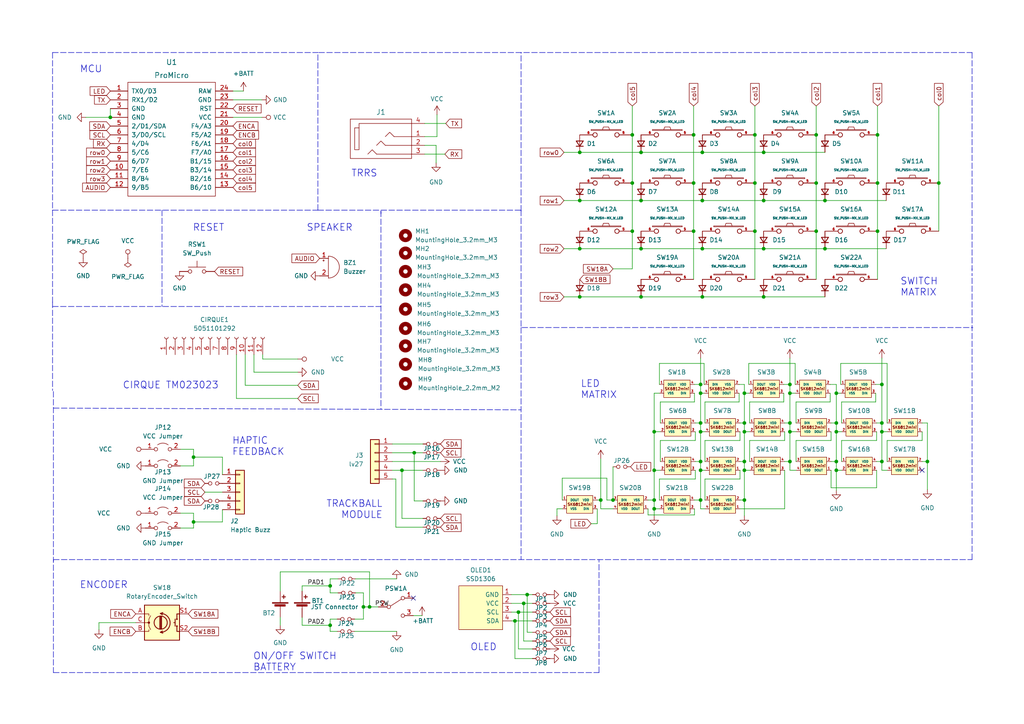
<source format=kicad_sch>
(kicad_sch (version 20211123) (generator eeschema)
  (paper "A4")
  (title_block (title "Klor Split Keyboard") (date "2022-06-21") (rev "1.3") (comment 1 "Schematic based on Sofle") (comment 2 "Author: GEIST"))
  (junction (at 185.928 86.106))
  (junction (at 174.244 145.034))
  (junction (at 189.738 147.574))
  (junction (at 116.586 136.398))
  (junction (at 203.2 125.222))
  (junction (at 152.908 172.466))
  (junction (at 272.288 53.086))
  (junction (at 120.142 131.318))
  (junction (at 56.134 132.588))
  (junction (at 221.488 86.106))
  (junction (at 32.004 34.036))
  (junction (at 215.9 122.682))
  (junction (at 189.738 145.034))
  (junction (at 203.2 122.682))
  (junction (at 255.778 133.858))
  (junction (at 203.708 44.196))
  (junction (at 95.758 181.356))
  (junction (at 218.948 67.056))
  (junction (at 185.928 72.136))
  (junction (at 183.388 67.056))
  (junction (at 201.168 67.056))
  (junction (at 203.708 86.106))
  (junction (at 203.2 133.858))
  (junction (at 56.134 151.384))
  (junction (at 201.168 39.116))
  (junction (at 239.268 72.136))
  (junction (at 168.148 86.106))
  (junction (at 203.2 111.506))
  (junction (at 215.9 125.222))
  (junction (at 185.928 58.166))
  (junction (at 215.9 136.398))
  (junction (at 229.108 114.046))
  (junction (at 255.778 111.506))
  (junction (at 203.708 72.136))
  (junction (at 221.488 58.166))
  (junction (at 183.388 39.116))
  (junction (at 254.508 53.086))
  (junction (at 107.188 176.022))
  (junction (at 95.758 169.926))
  (junction (at 168.148 72.136))
  (junction (at 268.986 133.858))
  (junction (at 185.928 44.196))
  (junction (at 201.168 53.086))
  (junction (at 229.108 133.858))
  (junction (at 242.57 114.046))
  (junction (at 203.708 58.166))
  (junction (at 236.728 53.086))
  (junction (at 177.8 145.034))
  (junction (at 151.892 175.006))
  (junction (at 242.57 136.398))
  (junction (at 254.508 67.056))
  (junction (at 255.778 125.222))
  (junction (at 189.738 136.398))
  (junction (at 149.352 180.086))
  (junction (at 221.488 44.196))
  (junction (at 168.148 44.196))
  (junction (at 189.738 125.222))
  (junction (at 254.508 39.116))
  (junction (at 183.388 53.086))
  (junction (at 168.148 58.166))
  (junction (at 218.948 39.116))
  (junction (at 203.2 114.046))
  (junction (at 236.728 67.056))
  (junction (at 229.108 111.506))
  (junction (at 150.368 177.546))
  (junction (at 221.488 72.136))
  (junction (at 203.2 145.034))
  (junction (at 239.268 58.166))
  (junction (at 105.41 176.022))
  (junction (at 242.57 133.858))
  (junction (at 215.9 133.858))
  (junction (at 229.108 125.222))
  (junction (at 215.9 114.046))
  (junction (at 242.57 122.682))
  (junction (at 242.57 125.222))
  (junction (at 215.9 145.034))
  (junction (at 229.108 122.682))
  (junction (at 255.778 122.682))
  (junction (at 236.728 39.116))
  (junction (at 218.948 53.086))
  (junction (at 203.2 136.398))
  (no_connect (at 119.888 173.482))
  (no_connect (at 267.462 136.398))
  (wire (pts (xy 241.046 133.858) (xy 242.57 133.858)))
  (polyline (pts (xy 151.13 60.96) (xy 151.13 94.996)))
  (wire (pts (xy 255.778 125.222) (xy 257.302 125.222)))
  (wire (pts (xy 76.2 102.87) (xy 76.2 104.14)))
  (wire (pts (xy 105.41 176.022) (xy 105.41 179.578)))
  (wire (pts (xy 229.108 122.682) (xy 229.108 114.046)))
  (wire (pts (xy 214.376 114.046) (xy 214.376 116.586)))
  (wire (pts (xy 201.168 67.056) (xy 201.168 81.026)))
  (wire (pts (xy 215.9 125.222) (xy 217.424 125.222)))
  (wire (pts (xy 176.022 145.034) (xy 177.8 145.034)))
  (wire (pts (xy 151.892 185.928) (xy 154.432 185.928)))
  (wire (pts (xy 113.792 128.778) (xy 122.682 128.778)))
  (wire (pts (xy 203.2 122.682) (xy 203.2 114.046)))
  (wire (pts (xy 214.63 122.682) (xy 215.9 122.682)))
  (wire (pts (xy 39.37 180.594) (xy 28.702 180.594)))
  (wire (pts (xy 185.928 86.106) (xy 203.708 86.106)))
  (polyline (pts (xy 92.202 60.96) (xy 151.13 60.96)))
  (wire (pts (xy 189.738 114.046) (xy 189.738 125.222)))
  (wire (pts (xy 183.388 77.978) (xy 183.388 67.056)))
  (wire (pts (xy 242.57 114.046) (xy 242.57 122.682)))
  (wire (pts (xy 176.022 138.684) (xy 176.022 145.034)))
  (wire (pts (xy 203.2 147.574) (xy 204.47 147.574)))
  (wire (pts (xy 56.134 130.302) (xy 52.324 130.302)))
  (wire (pts (xy 255.778 111.506) (xy 254 111.506)))
  (wire (pts (xy 242.57 133.858) (xy 242.57 136.398)))
  (wire (pts (xy 161.544 147.574) (xy 163.068 147.574)))
  (wire (pts (xy 189.738 136.398) (xy 189.738 145.034)))
  (wire (pts (xy 191.262 145.034) (xy 191.262 138.938)))
  (wire (pts (xy 203.2 103.886) (xy 203.2 111.506)))
  (wire (pts (xy 163.576 72.136) (xy 168.148 72.136)))
  (wire (pts (xy 242.57 111.506) (xy 242.57 114.046)))
  (wire (pts (xy 203.708 72.136) (xy 221.488 72.136)))
  (wire (pts (xy 217.424 122.682) (xy 217.424 116.586)))
  (wire (pts (xy 163.576 86.106) (xy 168.148 86.106)))
  (wire (pts (xy 67.564 28.956) (xy 75.946 28.956)))
  (wire (pts (xy 214.63 125.222) (xy 214.63 127.762)))
  (wire (pts (xy 187.96 149.352) (xy 201.422 149.352)))
  (wire (pts (xy 64.516 147.828) (xy 64.516 151.384)))
  (wire (pts (xy 214.63 133.858) (xy 215.9 133.858)))
  (wire (pts (xy 185.928 58.166) (xy 203.708 58.166)))
  (wire (pts (xy 254.508 30.734) (xy 254.508 39.116)))
  (polyline (pts (xy 92.456 15.24) (xy 193.548 15.24)))
  (wire (pts (xy 203.2 125.222) (xy 203.2 122.682)))
  (wire (pts (xy 201.422 149.352) (xy 201.422 147.574)))
  (wire (pts (xy 177.8 77.978) (xy 183.388 77.978)))
  (wire (pts (xy 189.738 125.222) (xy 191.516 125.222)))
  (polyline (pts (xy 15.24 15.24) (xy 92.202 15.24)))
  (polyline (pts (xy 193.548 15.24) (xy 281.94 15.24)))
  (polyline (pts (xy 173.736 195.072) (xy 173.736 162.306)))
  (wire (pts (xy 267.462 122.682) (xy 268.986 122.682)))
  (wire (pts (xy 171.45 151.892) (xy 173.228 151.892)))
  (wire (pts (xy 217.424 127.762) (xy 227.584 127.762)))
  (wire (pts (xy 149.352 191.008) (xy 154.432 191.008)))
  (wire (pts (xy 229.108 103.886) (xy 229.108 111.506)))
  (wire (pts (xy 227.584 127.762) (xy 227.584 125.222)))
  (wire (pts (xy 73.66 102.87) (xy 73.66 107.95)))
  (wire (pts (xy 168.148 58.166) (xy 185.928 58.166)))
  (wire (pts (xy 255.778 122.682) (xy 255.778 125.222)))
  (wire (pts (xy 203.708 58.166) (xy 221.488 58.166)))
  (wire (pts (xy 214.63 138.938) (xy 204.47 138.938)))
  (wire (pts (xy 126.746 33.274) (xy 126.746 39.624)))
  (polyline (pts (xy 15.24 15.24) (xy 15.24 60.96)))
  (wire (pts (xy 191.262 138.938) (xy 201.676 138.938)))
  (wire (pts (xy 161.544 149.606) (xy 161.544 147.574)))
  (wire (pts (xy 239.268 58.166) (xy 257.048 58.166)))
  (wire (pts (xy 255.778 103.886) (xy 255.778 111.506)))
  (wire (pts (xy 257.302 127.762) (xy 257.302 133.858)))
  (wire (pts (xy 103.124 171.958) (xy 105.41 171.958)))
  (wire (pts (xy 254.254 136.398) (xy 254.254 141.478)))
  (wire (pts (xy 268.986 133.858) (xy 268.986 141.986)))
  (wire (pts (xy 56.134 153.162) (xy 56.134 151.384)))
  (wire (pts (xy 113.792 133.858) (xy 127.762 133.858)))
  (wire (pts (xy 189.738 125.222) (xy 189.738 136.398)))
  (wire (pts (xy 191.516 116.586) (xy 201.422 116.586)))
  (wire (pts (xy 123.19 44.704) (xy 129.032 44.704)))
  (wire (pts (xy 229.108 114.046) (xy 230.632 114.046)))
  (polyline (pts (xy 15.24 88.9) (xy 110.49 88.9)))
  (polyline (pts (xy 46.99 60.96) (xy 46.99 88.9)))
  (wire (pts (xy 230.886 127.762) (xy 230.886 133.858)))
  (wire (pts (xy 56.134 135.128) (xy 56.134 132.588)))
  (wire (pts (xy 113.792 131.318) (xy 120.142 131.318)))
  (wire (pts (xy 148.336 177.546) (xy 150.368 177.546)))
  (wire (pts (xy 272.288 53.086) (xy 272.288 67.056)))
  (wire (pts (xy 163.068 138.684) (xy 176.022 138.684)))
  (wire (pts (xy 203.708 86.106) (xy 221.488 86.106)))
  (wire (pts (xy 268.986 122.682) (xy 268.986 133.858)))
  (wire (pts (xy 168.148 72.136) (xy 185.928 72.136)))
  (wire (pts (xy 203.2 114.046) (xy 204.216 114.046)))
  (wire (pts (xy 95.758 171.958) (xy 98.044 171.958)))
  (wire (pts (xy 255.778 125.222) (xy 255.778 133.858)))
  (wire (pts (xy 204.216 105.41) (xy 204.216 111.506)))
  (wire (pts (xy 230.886 116.586) (xy 230.886 122.682)))
  (wire (pts (xy 267.462 127.762) (xy 257.302 127.762)))
  (wire (pts (xy 105.41 176.022) (xy 107.188 176.022)))
  (wire (pts (xy 229.108 133.858) (xy 229.108 125.222)))
  (wire (pts (xy 187.96 145.034) (xy 189.738 145.034)))
  (wire (pts (xy 113.792 138.938) (xy 114.808 138.938)))
  (wire (pts (xy 149.352 180.086) (xy 149.352 191.008)))
  (wire (pts (xy 81.28 171.45) (xy 81.28 165.862)))
  (wire (pts (xy 221.488 58.166) (xy 239.268 58.166)))
  (wire (pts (xy 203.2 125.222) (xy 204.47 125.222)))
  (wire (pts (xy 236.728 30.734) (xy 236.728 39.116)))
  (wire (pts (xy 201.422 145.034) (xy 203.2 145.034)))
  (wire (pts (xy 173.228 151.892) (xy 173.228 147.574)))
  (wire (pts (xy 148.336 180.086) (xy 149.352 180.086)))
  (wire (pts (xy 243.84 105.41) (xy 257.302 105.41)))
  (wire (pts (xy 150.368 177.546) (xy 150.368 188.214)))
  (wire (pts (xy 189.738 149.606) (xy 189.738 147.574)))
  (wire (pts (xy 189.738 136.398) (xy 191.516 136.398)))
  (wire (pts (xy 126.492 42.164) (xy 123.19 42.164)))
  (wire (pts (xy 52.324 148.844) (xy 56.134 148.844)))
  (polyline (pts (xy 15.494 195.072) (xy 92.202 195.072)))
  (wire (pts (xy 217.17 111.506) (xy 217.17 105.41)))
  (wire (pts (xy 56.134 151.384) (xy 64.516 151.384)))
  (wire (pts (xy 243.84 111.506) (xy 243.84 105.41)))
  (wire (pts (xy 86.36 111.76) (xy 71.12 111.76)))
  (polyline (pts (xy 151.384 94.996) (xy 282.194 94.996)))
  (wire (pts (xy 191.262 105.41) (xy 204.216 105.41)))
  (wire (pts (xy 183.388 53.086) (xy 183.388 67.056)))
  (wire (pts (xy 241.046 125.222) (xy 241.046 127.762)))
  (polyline (pts (xy 15.494 162.56) (xy 15.494 162.814)))
  (polyline (pts (xy 15.24 87.63) (xy 15.24 113.284)))
  (wire (pts (xy 86.36 115.57) (xy 68.58 115.57)))
  (wire (pts (xy 203.2 133.858) (xy 203.2 136.398)))
  (wire (pts (xy 120.142 131.318) (xy 122.682 131.318)))
  (wire (pts (xy 173.228 145.034) (xy 174.244 145.034)))
  (wire (pts (xy 191.516 127.762) (xy 201.676 127.762)))
  (wire (pts (xy 203.708 44.196) (xy 221.488 44.196)))
  (wire (pts (xy 257.302 105.41) (xy 257.302 122.682)))
  (wire (pts (xy 215.9 136.398) (xy 217.424 136.398)))
  (wire (pts (xy 215.9 114.046) (xy 215.9 122.682)))
  (wire (pts (xy 64.516 137.668) (xy 64.516 132.588)))
  (wire (pts (xy 113.792 136.398) (xy 116.586 136.398)))
  (wire (pts (xy 217.17 105.41) (xy 230.632 105.41)))
  (wire (pts (xy 189.738 147.574) (xy 191.262 147.574)))
  (wire (pts (xy 227.584 122.682) (xy 229.108 122.682)))
  (wire (pts (xy 214.376 116.586) (xy 204.47 116.586)))
  (wire (pts (xy 254.254 127.762) (xy 254.254 125.222)))
  (wire (pts (xy 215.9 133.858) (xy 215.9 136.398)))
  (wire (pts (xy 241.046 141.478) (xy 254.254 141.478)))
  (wire (pts (xy 255.778 136.398) (xy 257.302 136.398)))
  (wire (pts (xy 236.728 67.056) (xy 236.728 81.026)))
  (wire (pts (xy 254 116.586) (xy 254 114.046)))
  (wire (pts (xy 242.57 122.682) (xy 242.57 125.222)))
  (wire (pts (xy 215.9 125.222) (xy 215.9 133.858)))
  (wire (pts (xy 24.892 34.036) (xy 32.004 34.036)))
  (wire (pts (xy 97.79 183.134) (xy 95.758 183.134)))
  (wire (pts (xy 150.368 188.214) (xy 154.432 188.214)))
  (wire (pts (xy 268.986 133.858) (xy 267.462 133.858)))
  (wire (pts (xy 203.2 114.046) (xy 203.2 111.506)))
  (wire (pts (xy 240.792 116.586) (xy 230.886 116.586)))
  (polyline (pts (xy 15.494 162.306) (xy 281.94 162.306)))
  (wire (pts (xy 174.244 133.096) (xy 174.244 145.034)))
  (wire (pts (xy 215.9 136.398) (xy 215.9 145.034)))
  (wire (pts (xy 229.108 125.222) (xy 229.108 122.682)))
  (wire (pts (xy 191.516 133.858) (xy 191.516 127.762)))
  (wire (pts (xy 123.19 35.814) (xy 129.286 35.814)))
  (wire (pts (xy 187.96 147.574) (xy 187.96 149.352)))
  (wire (pts (xy 163.576 58.166) (xy 168.148 58.166)))
  (wire (pts (xy 215.9 111.506) (xy 215.9 114.046)))
  (wire (pts (xy 244.094 127.762) (xy 254.254 127.762)))
  (wire (pts (xy 95.758 183.134) (xy 95.758 181.356)))
  (wire (pts (xy 151.892 175.006) (xy 151.892 185.928)))
  (wire (pts (xy 254.508 53.086) (xy 254.508 67.056)))
  (polyline (pts (xy 110.49 61.214) (xy 110.49 61.976)))
  (wire (pts (xy 64.516 132.588) (xy 56.134 132.588)))
  (wire (pts (xy 221.488 44.196) (xy 239.268 44.196)))
  (wire (pts (xy 76.2 104.14) (xy 86.36 104.14)))
  (polyline (pts (xy 281.94 77.978) (xy 281.94 78.232)))
  (wire (pts (xy 203.2 136.398) (xy 203.2 145.034)))
  (wire (pts (xy 95.758 167.894) (xy 95.758 169.926)))
  (wire (pts (xy 218.948 30.734) (xy 218.948 39.116)))
  (wire (pts (xy 185.928 72.136) (xy 203.708 72.136)))
  (wire (pts (xy 126.492 47.244) (xy 126.492 42.164)))
  (wire (pts (xy 148.336 172.466) (xy 152.908 172.466)))
  (wire (pts (xy 214.63 136.398) (xy 214.63 138.938)))
  (wire (pts (xy 56.134 132.588) (xy 56.134 130.302)))
  (wire (pts (xy 73.66 107.95) (xy 86.36 107.95)))
  (wire (pts (xy 203.2 133.858) (xy 203.2 125.222)))
  (wire (pts (xy 229.108 111.506) (xy 227.33 111.506)))
  (wire (pts (xy 123.19 39.624) (xy 126.746 39.624)))
  (wire (pts (xy 105.41 171.958) (xy 105.41 176.022)))
  (wire (pts (xy 149.352 180.086) (xy 154.432 180.086)))
  (wire (pts (xy 221.488 86.106) (xy 239.268 86.106)))
  (wire (pts (xy 201.422 116.586) (xy 201.422 114.046)))
  (wire (pts (xy 254.254 122.682) (xy 255.778 122.682)))
  (wire (pts (xy 52.324 153.162) (xy 56.134 153.162)))
  (wire (pts (xy 229.108 133.858) (xy 229.108 136.398)))
  (wire (pts (xy 87.63 181.356) (xy 95.758 181.356)))
  (wire (pts (xy 255.778 111.506) (xy 255.778 122.682)))
  (wire (pts (xy 102.87 179.578) (xy 105.41 179.578)))
  (wire (pts (xy 218.948 67.056) (xy 218.948 81.026)))
  (wire (pts (xy 201.168 53.086) (xy 201.168 67.056)))
  (wire (pts (xy 203.2 136.398) (xy 204.47 136.398)))
  (wire (pts (xy 168.148 86.106) (xy 185.928 86.106)))
  (wire (pts (xy 120.142 131.318) (xy 120.142 145.288)))
  (wire (pts (xy 242.57 125.222) (xy 244.094 125.222)))
  (wire (pts (xy 201.168 30.734) (xy 201.168 39.116)))
  (wire (pts (xy 152.908 183.388) (xy 152.908 172.466)))
  (wire (pts (xy 267.462 125.222) (xy 267.462 127.762)))
  (wire (pts (xy 68.58 102.87) (xy 68.58 115.57)))
  (wire (pts (xy 183.388 39.116) (xy 183.388 53.086)))
  (polyline (pts (xy 281.94 162.306) (xy 281.94 79.756)))
  (wire (pts (xy 227.33 116.586) (xy 227.33 114.046)))
  (wire (pts (xy 174.244 145.034) (xy 174.244 147.574)))
  (wire (pts (xy 98.044 167.894) (xy 95.758 167.894)))
  (wire (pts (xy 242.57 136.398) (xy 244.094 136.398)))
  (wire (pts (xy 218.948 39.116) (xy 218.948 53.086)))
  (polyline (pts (xy 110.49 61.214) (xy 110.49 118.618)))
  (wire (pts (xy 244.094 122.682) (xy 244.094 116.586)))
  (wire (pts (xy 254.508 39.116) (xy 254.508 53.086)))
  (wire (pts (xy 174.244 147.574) (xy 177.8 147.574)))
  (wire (pts (xy 150.368 177.546) (xy 154.432 177.546)))
  (wire (pts (xy 201.676 127.762) (xy 201.676 125.222)))
  (wire (pts (xy 230.632 105.41) (xy 230.632 111.506)))
  (wire (pts (xy 244.094 116.586) (xy 254 116.586)))
  (wire (pts (xy 229.108 136.398) (xy 230.886 136.398)))
  (wire (pts (xy 119.888 178.562) (xy 122.428 178.562)))
  (wire (pts (xy 95.758 179.578) (xy 97.79 179.578)))
  (wire (pts (xy 204.47 127.762) (xy 204.47 133.858)))
  (wire (pts (xy 201.168 39.116) (xy 201.168 53.086)))
  (wire (pts (xy 221.488 72.136) (xy 239.268 72.136)))
  (wire (pts (xy 241.046 122.682) (xy 242.57 122.682)))
  (wire (pts (xy 116.586 136.398) (xy 116.586 150.368)))
  (wire (pts (xy 214.63 145.034) (xy 215.9 145.034)))
  (wire (pts (xy 71.12 111.76) (xy 71.12 102.87)))
  (wire (pts (xy 229.108 114.046) (xy 229.108 111.506)))
  (wire (pts (xy 203.2 145.034) (xy 203.2 147.574)))
  (wire (pts (xy 185.928 44.196) (xy 203.708 44.196)))
  (wire (pts (xy 236.728 39.116) (xy 236.728 53.086)))
  (wire (pts (xy 215.9 145.034) (xy 215.9 149.606)))
  (wire (pts (xy 215.9 122.682) (xy 215.9 125.222)))
  (wire (pts (xy 102.87 183.134) (xy 115.062 183.134)))
  (wire (pts (xy 191.262 111.506) (xy 191.262 105.41)))
  (wire (pts (xy 255.778 136.398) (xy 255.778 133.858)))
  (wire (pts (xy 95.758 169.926) (xy 95.758 171.958)))
  (wire (pts (xy 236.728 53.086) (xy 236.728 67.056)))
  (wire (pts (xy 148.336 175.006) (xy 151.892 175.006)))
  (wire (pts (xy 122.682 145.288) (xy 120.142 145.288)))
  (wire (pts (xy 218.948 53.086) (xy 218.948 67.056)))
  (wire (pts (xy 177.8 135.382) (xy 177.8 145.034)))
  (wire (pts (xy 227.584 147.574) (xy 227.584 136.398)))
  (wire (pts (xy 217.424 133.858) (xy 217.424 127.762)))
  (wire (pts (xy 215.9 114.046) (xy 217.17 114.046)))
  (wire (pts (xy 241.046 127.762) (xy 230.886 127.762)))
  (wire (pts (xy 214.376 111.506) (xy 215.9 111.506)))
  (wire (pts (xy 189.738 145.034) (xy 189.738 147.574)))
  (wire (pts (xy 214.63 147.574) (xy 227.584 147.574)))
  (wire (pts (xy 56.134 148.844) (xy 56.134 151.384)))
  (wire (pts (xy 239.268 72.136) (xy 257.048 72.136)))
  (polyline (pts (xy 151.13 61.214) (xy 151.13 15.24)))
  (wire (pts (xy 201.676 138.938) (xy 201.676 136.398)))
  (wire (pts (xy 59.436 142.748) (xy 64.516 142.748)))
  (wire (pts (xy 168.148 44.196) (xy 185.928 44.196)))
  (wire (pts (xy 229.108 125.222) (xy 230.886 125.222)))
  (wire (pts (xy 151.892 175.006) (xy 154.432 175.006)))
  (polyline (pts (xy 151.13 94.996) (xy 151.13 162.306)))
  (wire (pts (xy 254.508 67.056) (xy 254.508 81.026)))
  (polyline (pts (xy 15.494 118.364) (xy 151.13 118.872)))
  (polyline (pts (xy 15.494 113.538) (xy 15.494 195.072)))
  (wire (pts (xy 87.63 169.926) (xy 95.758 169.926)))
  (wire (pts (xy 242.57 136.398) (xy 242.57 142.24)))
  (wire (pts (xy 107.188 176.022) (xy 109.728 176.022)))
  (wire (pts (xy 254.254 133.858) (xy 255.778 133.858)))
  (wire (pts (xy 227.584 133.858) (xy 229.108 133.858)))
  (wire (pts (xy 163.576 44.196) (xy 168.148 44.196)))
  (polyline (pts (xy 281.94 15.24) (xy 281.94 79.756)))
  (wire (pts (xy 52.324 135.128) (xy 56.134 135.128)))
  (wire (pts (xy 103.124 167.894) (xy 115.062 167.894)))
  (wire (pts (xy 122.682 152.908) (xy 114.808 152.908)))
  (wire (pts (xy 152.908 183.388) (xy 154.432 183.388)))
  (wire (pts (xy 87.63 171.45) (xy 87.63 169.926)))
  (wire (pts (xy 214.63 127.762) (xy 204.47 127.762)))
  (wire (pts (xy 28.702 180.594) (xy 28.702 182.626)))
  (wire (pts (xy 87.63 179.07) (xy 87.63 181.356)))
  (wire (pts (xy 81.28 179.07) (xy 81.28 181.356)))
  (wire (pts (xy 240.792 111.506) (xy 242.57 111.506)))
  (wire (pts (xy 217.424 116.586) (xy 227.33 116.586)))
  (wire (pts (xy 272.288 30.734) (xy 272.288 53.086)))
  (wire (pts (xy 114.808 152.908) (xy 114.808 138.938)))
  (wire (pts (xy 242.57 114.046) (xy 243.84 114.046)))
  (wire (pts (xy 163.068 145.034) (xy 163.068 138.684)))
  (wire (pts (xy 67.564 34.036) (xy 75.946 34.036)))
  (wire (pts (xy 183.388 30.734) (xy 183.388 39.116)))
  (wire (pts (xy 204.47 138.938) (xy 204.47 145.034)))
  (wire (pts (xy 241.046 136.398) (xy 241.046 141.478)))
  (wire (pts (xy 191.516 122.682) (xy 191.516 116.586)))
  (wire (pts (xy 107.188 165.862) (xy 107.188 176.022)))
  (wire (pts (xy 95.758 181.356) (xy 95.758 179.578)))
  (wire (pts (xy 81.28 165.862) (xy 107.188 165.862)))
  (wire (pts (xy 240.792 114.046) (xy 240.792 116.586)))
  (wire (pts (xy 191.262 114.046) (xy 189.738 114.046)))
  (wire (pts (xy 203.2 111.506) (xy 201.422 111.506)))
  (wire (pts (xy 32.004 31.496) (xy 32.004 34.036)))
  (polyline (pts (xy 15.24 60.96) (xy 92.202 60.96)))
  (wire (pts (xy 201.676 122.682) (xy 203.2 122.682)))
  (wire (pts (xy 242.57 125.222) (xy 242.57 133.858)))
  (wire (pts (xy 122.682 150.368) (xy 116.586 150.368)))
  (wire (pts (xy 116.586 136.398) (xy 122.682 136.398)))
  (wire (pts (xy 204.47 116.586) (xy 204.47 122.682)))
  (wire (pts (xy 244.094 133.858) (xy 244.094 127.762)))
  (wire (pts (xy 201.676 133.858) (xy 203.2 133.858)))
  (wire (pts (xy 67.564 26.416) (xy 70.612 26.416)))
  (wire (pts (xy 152.908 172.466) (xy 154.432 172.466)))
  (polyline (pts (xy 92.202 60.96) (xy 92.202 15.24)))
  (polyline (pts (xy 92.202 195.072) (xy 173.736 195.072)))
  (polyline (pts (xy 15.24 60.96) (xy 15.24 87.63)))
  (text "SWITCH\nMATRIX" (at 261.112 86.106 0) (effects (font (size 2 2)) (justify left bottom)))
  (text "CIRQUE TM023023" (at 35.56 113.03 0) (effects (font (size 2 2)) (justify left bottom)))
  (text "MCU" (at 23.114 21.336 0) (effects (font (size 2 2)) (justify left bottom)))
  (text "ON/OFF SWITCH\nBATTERY" (at 73.406 194.818 0) (effects (font (size 2 2)) (justify left bottom)))
  (text "HAPTIC\nFEEDBACK" (at 67.31 132.334 0) (effects (font (size 2 2)) (justify left bottom)))
  (text "ENCODER" (at 23.114 170.942 0) (effects (font (size 2 2)) (justify left bottom)))
  (text "OLED" (at 136.398 188.976 0) (effects (font (size 2 2)) (justify left bottom)))
  (text "LED\nMATRIX" (at 168.402 115.824 0) (effects (font (size 2 2)) (justify left bottom)))
  (text "TRRS" (at 101.854 51.562 0) (effects (font (size 2 2)) (justify left bottom)))
  (text "TRACKBALL\nMODULE" (at 110.998 150.622 180) (effects (font (size 2 2)) (justify right bottom)))
  (text "RESET" (at 55.88 67.31 0) (effects (font (size 2 2)) (justify left bottom)))
  (text "SPEAKER" (at 88.9 67.31 0) (effects (font (size 2 2)) (justify left bottom)))
  (label "PAD2" (at 89.154 181.356 0))
  (label "PSW" (at 108.712 176.022 0))
  (label "PAD1" (at 89.154 169.926 0))
  (global_label "SCL" (shape input) (at 127.762 131.318 0) (property "Intersheet References" "${INTERSHEET_REFS}" (effects hide)))
  (global_label "TX" (shape input) (at 129.286 35.814 0) (property "Intersheet References" "${INTERSHEET_REFS}" (effects hide)))
  (global_label "RX" (shape input) (at 129.032 44.704 0) (property "Intersheet References" "${INTERSHEET_REFS}" (effects hide)))
  (global_label "SDA" (shape input) (at 32.004 36.576 180) (property "Intersheet References" "${INTERSHEET_REFS}" (effects hide)))
  (global_label "col0" (shape input) (at 272.288 30.734 90) (property "Intersheet References" "${INTERSHEET_REFS}" (effects hide)))
  (global_label "row2" (shape input) (at 163.576 72.136 180) (property "Intersheet References" "${INTERSHEET_REFS}" (effects hide)))
  (global_label "TX" (shape input) (at 32.004 28.956 180) (property "Intersheet References" "${INTERSHEET_REFS}" (effects hide)))
  (global_label "row3" (shape input) (at 163.576 86.106 180) (property "Intersheet References" "${INTERSHEET_REFS}" (effects hide)))
  (global_label "SW18B" (shape input) (at 168.148 81.026 0) (property "Intersheet References" "${INTERSHEET_REFS}" (effects hide)))
  (global_label "SDA" (shape input) (at 127.762 128.778 0) (property "Intersheet References" "${INTERSHEET_REFS}" (effects hide)))
  (global_label "LED" (shape input) (at 182.88 135.382 0) (property "Intersheet References" "${INTERSHEET_REFS}" (effects hide)))
  (global_label "col5" (shape input) (at 67.564 54.356 0) (property "Intersheet References" "${INTERSHEET_REFS}" (effects hide)))
  (global_label "SDA" (shape input) (at 159.512 180.086 0) (property "Intersheet References" "${INTERSHEET_REFS}" (effects hide)))
  (global_label "ENCA" (shape input) (at 39.37 178.054 180) (property "Intersheet References" "${INTERSHEET_REFS}" (effects hide)))
  (global_label "col4" (shape input) (at 67.564 51.816 0) (property "Intersheet References" "${INTERSHEET_REFS}" (effects hide)))
  (global_label "col0" (shape input) (at 67.564 41.656 0) (property "Intersheet References" "${INTERSHEET_REFS}" (effects hide)))
  (global_label "SCL" (shape input) (at 32.004 39.116 180) (property "Intersheet References" "${INTERSHEET_REFS}" (effects hide)))
  (global_label "RESET" (shape input) (at 62.23 78.74 0) (property "Intersheet References" "${INTERSHEET_REFS}" (effects hide)))
  (global_label "col1" (shape input) (at 254.508 30.734 90) (property "Intersheet References" "${INTERSHEET_REFS}" (effects hide)))
  (global_label "col2" (shape input) (at 236.728 30.734 90) (property "Intersheet References" "${INTERSHEET_REFS}" (effects hide)))
  (global_label "row3" (shape input) (at 32.004 51.816 180) (property "Intersheet References" "${INTERSHEET_REFS}" (effects hide)))
  (global_label "row2" (shape input) (at 32.004 49.276 180) (property "Intersheet References" "${INTERSHEET_REFS}" (effects hide)))
  (global_label "row0" (shape input) (at 163.576 44.196 180) (property "Intersheet References" "${INTERSHEET_REFS}" (effects hide)))
  (global_label "col4" (shape input) (at 201.168 30.734 90) (property "Intersheet References" "${INTERSHEET_REFS}" (effects hide)))
  (global_label "row0" (shape input) (at 32.004 44.196 180) (property "Intersheet References" "${INTERSHEET_REFS}" (effects hide)))
  (global_label "SCL" (shape input) (at 127.762 150.368 0) (property "Intersheet References" "${INTERSHEET_REFS}" (effects hide)))
  (global_label "SCL" (shape input) (at 159.512 177.546 0) (property "Intersheet References" "${INTERSHEET_REFS}" (effects hide)))
  (global_label "SDA" (shape input) (at 59.436 140.208 180) (property "Intersheet References" "${INTERSHEET_REFS}" (effects hide)))
  (global_label "AUDIO" (shape input) (at 32.004 54.356 180) (property "Intersheet References" "${INTERSHEET_REFS}" (effects hide)))
  (global_label "SCL" (shape input) (at 86.36 115.57 0) (property "Intersheet References" "${INTERSHEET_REFS}" (effects hide)))
  (global_label "col3" (shape input) (at 218.948 30.734 90) (property "Intersheet References" "${INTERSHEET_REFS}" (effects hide)))
  (global_label "ENCB" (shape input) (at 67.564 39.116 0) (property "Intersheet References" "${INTERSHEET_REFS}" (effects hide)))
  (global_label "SCL" (shape input) (at 159.512 185.928 0) (property "Intersheet References" "${INTERSHEET_REFS}" (effects hide)))
  (global_label "SDA" (shape input) (at 159.512 183.388 0) (property "Intersheet References" "${INTERSHEET_REFS}" (effects hide)))
  (global_label "col5" (shape input) (at 183.388 30.734 90) (property "Intersheet References" "${INTERSHEET_REFS}" (effects hide)))
  (global_label "SDA" (shape input) (at 86.36 111.76 0) (property "Intersheet References" "${INTERSHEET_REFS}" (effects hide)))
  (global_label "RESET" (shape input) (at 67.564 31.496 0) (property "Intersheet References" "${INTERSHEET_REFS}" (effects hide)))
  (global_label "LED" (shape input) (at 171.45 151.892 180) (property "Intersheet References" "${INTERSHEET_REFS}" (effects hide)))
  (global_label "SDA" (shape input) (at 127.762 152.908 0) (property "Intersheet References" "${INTERSHEET_REFS}" (effects hide)))
  (global_label "SW18A" (shape input) (at 54.61 178.054 0) (property "Intersheet References" "${INTERSHEET_REFS}" (effects hide)))
  (global_label "SDA" (shape input) (at 59.436 145.288 180) (property "Intersheet References" "${INTERSHEET_REFS}" (effects hide)))
  (global_label "row1" (shape input) (at 163.576 58.166 180) (property "Intersheet References" "${INTERSHEET_REFS}" (effects hide)))
  (global_label "ENCB" (shape input) (at 39.37 183.134 180) (property "Intersheet References" "${INTERSHEET_REFS}" (effects hide)))
  (global_label "col2" (shape input) (at 67.564 46.736 0) (property "Intersheet References" "${INTERSHEET_REFS}" (effects hide)))
  (global_label "SW18A" (shape input) (at 177.8 77.978 180) (property "Intersheet References" "${INTERSHEET_REFS}" (effects hide)))
  (global_label "SW18B" (shape input) (at 54.61 183.134 0) (property "Intersheet References" "${INTERSHEET_REFS}" (effects hide)))
  (global_label "ENCA" (shape input) (at 67.564 36.576 0) (property "Intersheet References" "${INTERSHEET_REFS}" (effects hide)))
  (global_label "col3" (shape input) (at 67.564 49.276 0) (property "Intersheet References" "${INTERSHEET_REFS}" (effects hide)))
  (global_label "row1" (shape input) (at 32.004 46.736 180) (property "Intersheet References" "${INTERSHEET_REFS}" (effects hide)))
  (global_label "col1" (shape input) (at 67.564 44.196 0) (property "Intersheet References" "${INTERSHEET_REFS}" (effects hide)))
  (global_label "LED" (shape input) (at 32.004 26.416 180) (property "Intersheet References" "${INTERSHEET_REFS}" (effects hide)))
  (global_label "AUDIO" (shape input) (at 92.71 74.93 180) (property "Intersheet References" "${INTERSHEET_REFS}" (effects hide)))
  (global_label "RX" (shape input) (at 32.004 41.656 180) (property "Intersheet References" "${INTERSHEET_REFS}" (effects hide)))
  (global_label "SCL" (shape input) (at 59.436 142.748 180) (property "Intersheet References" "${INTERSHEET_REFS}" (effects hide)))
  (symbol (lib_id "KLORlib:SW_PUSH-MX_W_LED") (at 196.596 123.952 0) (unit 2)
    (property "Reference" "SW6" (at 196.596 119.126 0))
    (property "Value" "SW_PUSH-MX_W_LED" (effects hide))
    (property "Footprint" "KLOR:SK6812MINI_and_cherry" (effects hide))
  )
  (symbol (lib_id "KLORlib:SW_PUSH-MX_W_LED") (at 196.342 146.304 0) (unit 2)
    (property "Reference" "SW21" (at 196.342 141.478 0))
    (property "Value" "SW_PUSH-MX_W_LED" (effects hide))
    (property "Footprint" "KLOR:SK6812MINI_and_cherry" (effects hide))
  )
  (symbol (lib_id "power:GND") (at 159.512 191.008 90) (unit 1)
    (property "Reference" "#PWR015" (effects hide))
    (property "Value" "GND" (at 163.322 191.0079 90) (effects (justify right)))
  )
  (symbol (lib_id "Device:D_Small") (at 203.708 41.656 90) (unit 1)
    (property "Reference" "D3" (at 205.74 41.6559 90) (effects (justify right)))
    (property "Value" "D_Small" (effects hide))
    (property "Footprint" "KLOR:Diode_SOD123" (effects hide))
  )
  (symbol (lib_id "power:+BATT") (at 70.612 26.416 0) (unit 1)
    (property "Reference" "#PWR0109" (effects hide))
    (property "Value" "+BATT" (at 70.612 21.336 0))
  )
  (symbol (lib_id "Mechanical:MountingHole") (at 117.602 89.662 0) (unit 1)
    (property "Reference" "MH5" (at 120.904 88.3919 0) (effects (justify left)))
    (property "Value" "MountingHole_3.2mm_M3" (at 120.904 90.9319 0) (effects (justify left)))
    (property "Footprint" "MountingHole:MountingHole_3.2mm_M3" (effects hide))
  )
  (symbol (lib_id "Device:Buzzer") (at 95.25 77.47 0) (unit 1)
    (property "Reference" "BZ1" (at 99.568 76.1999 0) (effects (justify left)))
    (property "Value" "Buzzer" (at 99.568 78.7399 0) (effects (justify left)))
    (property "Footprint" "KLOR:Buzzer_Mallory_AST1109MLTRQ_reversible" (effects hide))
  )
  (symbol (lib_id "Mechanical:MountingHole") (at 117.602 105.664 0) (unit 1)
    (property "Reference" "MH8" (at 121.158 104.3939 0) (effects (justify left)))
    (property "Value" "MountingHole_3.2mm_M3" (at 121.158 106.9339 0) (effects (justify left)))
    (property "Footprint" "MountingHole:MountingHole_3.2mm_M3" (effects hide))
  )
  (symbol (lib_id "KLORlib:SW_PUSH-MX_W_LED") (at 211.328 67.056 0) (unit 1)
    (property "Reference" "SW14" (at 211.328 60.706 0))
    (property "Value" "SW_PUSH-MX_W_LED" (at 211.328 63.246 0) (effects (font (size 0.635 0.635))))
    (property "Footprint" "KLOR:SK6812MINI_and_cherry" (effects hide))
  )
  (symbol (lib_id "KLORlib:SW_PUSH-MX_W_LED") (at 193.548 67.056 0) (unit 1)
    (property "Reference" "SW13" (at 193.548 60.706 0))
    (property "Value" "SW_PUSH-MX_W_LED" (at 193.548 63.246 0) (effects (font (size 0.635 0.635))))
    (property "Footprint" "KLOR:SK6812MINI_and_cherry" (effects hide))
  )
  (symbol (lib_id "Device:D_Small") (at 239.268 69.596 90) (unit 1)
    (property "Reference" "D16" (at 242.062 69.5959 90) (effects (justify right)))
    (property "Value" "D_Small" (effects hide))
    (property "Footprint" "KLOR:Diode_SOD123" (effects hide))
  )
  (symbol (lib_id "Device:D_Small") (at 203.708 83.566 90) (unit 1)
    (property "Reference" "D20" (at 205.74 83.5659 90) (effects (justify right)))
    (property "Value" "D_Small" (effects hide))
    (property "Footprint" "KLOR:Diode_SOD123" (effects hide))
  )
  (symbol (lib_id "power:GND") (at 52.07 78.74 0) (unit 1)
    (property "Reference" "#PWR014" (effects hide))
    (property "Value" "GND" (at 52.07 83.566 0))
  )
  (symbol (lib_id "SofleKeyboard-cache:power_VCC") (at 37.084 74.93 0) (unit 1)
    (property "Reference" "#PWR017" (effects hide))
    (property "Value" "power_VCC" (at 37.084 69.85 0))
  )
  (symbol (lib_id "Device:D_Small") (at 168.148 83.566 90) (unit 1)
    (property "Reference" "D18" (at 170.18 83.5659 90) (effects (justify right)))
    (property "Value" "D_Small" (effects hide))
    (property "Footprint" "KLOR:Diode_SOD123" (effects hide))
  )
  (symbol (lib_id "KLORlib:SW_PUSH-MX_W_LED") (at 235.966 123.952 180) (unit 2)
    (property "Reference" "SW9" (at 235.966 119.126 0))
    (property "Value" "SW_PUSH-MX_W_LED" (effects hide))
    (property "Footprint" "KLOR:SK6812MINI_and_cherry" (effects hide))
  )
  (symbol (lib_id "KLORlib:SW_PUSH-MX_W_LED") (at 211.328 39.116 0) (unit 1)
    (property "Reference" "SW3" (at 211.328 32.766 0))
    (property "Value" "SW_PUSH-MX_W_LED" (at 211.328 35.306 0) (effects (font (size 0.635 0.635))))
    (property "Footprint" "KLOR:SK6812MINI_and_cherry" (effects hide))
  )
  (symbol (lib_id "Switch:SW_DPDT_x2") (at 114.808 176.022 0) (unit 1)
    (property "Reference" "PSW1" (at 114.808 170.688 0))
    (property "Value" "SW_DPDT_x2" (effects hide))
    (property "Footprint" "KLOR:MSK12C02_reversible" (effects hide))
  )
  (symbol (lib_id "KLORlib:SW_PUSH-MX_W_LED") (at 246.888 67.056 0) (unit 1)
    (property "Reference" "SW16" (at 246.888 60.706 0))
    (property "Value" "SW_PUSH-MX_W_LED" (at 246.888 63.246 0) (effects (font (size 0.635 0.635))))
    (property "Footprint" "KLOR:SK6812MINI_and_cherry" (effects hide))
  )
  (symbol (lib_id "KLORlib:SW_PUSH-MX_W_LED") (at 193.548 81.026 0) (unit 1)
    (property "Reference" "SW19" (at 193.548 74.676 0))
    (property "Value" "SW_PUSH-MX_W_LED" (at 193.548 77.216 0) (effects (font (size 0.635 0.635))))
    (property "Footprint" "KLOR:SK6812MINI_and_cherry" (effects hide))
  )
  (symbol (lib_id "Connector_Generic:Conn_01x05") (at 108.712 133.858 0) (mirror y) (unit 1)
    (property "Reference" "J3" (at 105.41 132.08 0) (effects (justify left)))
    (property "Value" "lv27" (at 105.41 134.62 0) (effects (justify left)))
    (property "Footprint" "KLOR:lvc27_onlyInput" (effects hide))
  )
  (symbol (lib_id "KLORlib:Device_Jumper_NO_Small") (at 100.584 171.958 0) (unit 1)
    (property "Reference" "JP23" (at 100.584 173.228 0))
    (property "Value" "Device_Jumper_NO_Small" (effects hide))
    (property "Footprint" "KLOR:Jumper" (effects hide))
  )
  (symbol (lib_id "power:+BATT") (at 122.428 178.562 0) (unit 1)
    (property "Reference" "#PWR0104" (effects hide))
    (property "Value" "+BATT" (at 122.682 180.086 0))
  )
  (symbol (lib_id "KLORlib:MJ-4PP-9 TRRS") (at 111.76 39.624 0) (unit 1)
    (property "Reference" "J1" (at 110.49 32.512 0) (effects (font (size 1.524 1.524))))
    (property "Value" "MJ-4PP-9" (effects hide))
    (property "Footprint" "KLOR:MJ-4PP-9" (effects hide))
  )
  (symbol (lib_id "power:GND") (at 75.946 28.956 90) (unit 1)
    (property "Reference" "#PWR0103" (effects hide))
    (property "Value" "GND" (at 79.248 28.9559 90) (effects (justify right)))
  )
  (symbol (lib_id "KLORlib:Device_Jumper_NO_Small") (at 61.976 145.288 0) (unit 1)
    (property "Reference" "JP28" (at 61.214 147.066 0))
    (property "Value" "Device_Jumper_NO_Small" (effects hide))
    (property "Footprint" "KLOR:Jumper" (effects hide))
  )
  (symbol (lib_id "KLORlib:SW_PUSH-MX_W_LED") (at 222.504 123.952 0) (unit 2)
    (property "Reference" "SW8" (at 222.504 119.126 0))
    (property "Value" "SW_PUSH-MX_W_LED" (effects hide))
    (property "Footprint" "KLOR:SK6812MINI_and_cherry" (effects hide))
  )
  (symbol (lib_id "SSD1306-128x64_OLED:SSD1306") (at 139.446 176.276 270) (unit 1)
    (property "Reference" "OLED1" (at 139.446 165.354 90))
    (property "Value" "SSD1306" (at 139.446 167.894 90))
    (property "Footprint" "KLOR:SSD1306_128x64OLED" (effects hide))
  )
  (symbol (lib_id "KLORlib:Device_Jumper_NO_Small") (at 156.972 191.008 0) (unit 1)
    (property "Reference" "JP8" (at 156.972 192.278 0))
    (property "Value" "Device_Jumper_NO_Small" (effects hide))
    (property "Footprint" "KLOR:Jumper" (effects hide))
  )
  (symbol (lib_id "Device:D_Small") (at 221.488 55.626 90) (unit 1)
    (property "Reference" "D9" (at 224.028 55.6259 90) (effects (justify right)))
    (property "Value" "D_Small" (effects hide))
    (property "Footprint" "KLOR:Diode_SOD123" (effects hide))
  )
  (symbol (lib_id "KLORlib:SW_PUSH-MX_W_LED") (at 229.108 67.056 0) (unit 1)
    (property "Reference" "SW15" (at 229.108 60.706 0))
    (property "Value" "SW_PUSH-MX_W_LED" (at 229.108 63.246 0) (effects (font (size 0.635 0.635))))
    (property "Footprint" "KLOR:SK6812MINI_and_cherry" (effects hide))
  )
  (symbol (lib_id "KLORlib:SW_PUSH-MX_W_LED") (at 182.88 146.304 180) (unit 2)
    (property "Reference" "SW20" (at 182.88 141.478 0))
    (property "Value" "SW_PUSH-MX_W_LED" (effects hide))
    (property "Footprint" "KLOR:SK6812MINI_and_cherry" (effects hide))
  )
  (symbol (lib_id "power:VCC") (at 255.778 103.886 0) (unit 1)
    (property "Reference" "#PWR0110" (effects hide))
    (property "Value" "VCC" (at 255.778 98.806 0))
  )
  (symbol (lib_id "SofleKeyboard-cache:power_VCC") (at 86.36 104.14 270) (unit 1)
    (property "Reference" "#PWR0122" (effects hide))
    (property "Value" "power_VCC" (at 99.822 104.14 90) (effects (justify right)))
  )
  (symbol (lib_id "Mechanical:MountingHole") (at 117.602 84.074 0) (unit 1)
    (property "Reference" "MH4" (at 120.904 82.8039 0) (effects (justify left)))
    (property "Value" "MountingHole_3.2mm_M3" (at 120.904 85.3439 0) (effects (justify left)))
    (property "Footprint" "MountingHole:MountingHole_3.2mm_M3" (effects hide))
  )
  (symbol (lib_id "Switch:SW_Push") (at 57.15 78.74 0) (unit 1)
    (property "Reference" "RSW1" (at 57.15 70.866 0))
    (property "Value" "SW_Push" (at 57.15 73.406 0))
    (property "Footprint" "KLOR:SW_Push_1P1T-MP_NO_Horizontal_Alps_SKRTLAE010_both_sides" (effects hide))
  )
  (symbol (lib_id "Device:D_Small") (at 221.488 41.656 90) (unit 1)
    (property "Reference" "D4" (at 223.52 41.6559 90) (effects (justify right)))
    (property "Value" "D_Small" (effects hide))
    (property "Footprint" "KLOR:Diode_SOD123" (effects hide))
  )
  (symbol (lib_id "power:GND") (at 81.28 181.356 0) (unit 1)
    (property "Reference" "#PWR0119" (effects hide))
    (property "Value" "GND" (at 81.28 186.436 0))
  )
  (symbol (lib_id "Jumper:Jumper_2_Open") (at 47.244 135.128 0) (unit 1)
    (property "Reference" "JP13" (at 47.244 136.906 0))
    (property "Value" "GND Jumper" (at 47.244 139.446 0))
    (property "Footprint" "KLOR:Jumper" (effects hide))
  )
  (symbol (lib_id "KLORlib:SW_PUSH-MX_W_LED") (at 222.504 135.128 0) (unit 2)
    (property "Reference" "SW14" (at 222.504 130.302 0))
    (property "Value" "SW_PUSH-MX_W_LED" (effects hide))
    (property "Footprint" "KLOR:SK6812MINI_and_cherry" (effects hide))
  )
  (symbol (lib_id "Device:D_Small") (at 185.928 55.626 90) (unit 1)
    (property "Reference" "D7" (at 187.96 55.6259 90) (effects (justify right)))
    (property "Value" "D_Small" (effects hide))
    (property "Footprint" "KLOR:Diode_SOD123" (effects hide))
  )
  (symbol (lib_id "Device:D_Small") (at 221.488 69.596 90) (unit 1)
    (property "Reference" "D15" (at 224.028 69.5959 90) (effects (justify right)))
    (property "Value" "D_Small" (effects hide))
    (property "Footprint" "KLOR:Diode_SOD123" (effects hide))
  )
  (symbol (lib_id "power:GND") (at 268.986 141.986 0) (unit 1)
    (property "Reference" "#PWR0115" (effects hide))
    (property "Value" "GND" (at 268.986 147.32 0))
  )
  (symbol (lib_id "power:GND") (at 28.702 182.626 0) (unit 1)
    (property "Reference" "#PWR020" (effects hide))
    (property "Value" "GND" (at 28.702 187.96 0))
  )
  (symbol (lib_id "KLORlib:Device_Jumper_NO_Small") (at 100.33 179.578 0) (unit 1)
    (property "Reference" "JP24" (at 100.33 180.848 0))
    (property "Value" "Device_Jumper_NO_Small" (effects hide))
    (property "Footprint" "KLOR:Jumper" (effects hide))
  )
  (symbol (lib_id "KLORlib:SW_PUSH-MX_W_LED") (at 175.768 53.086 0) (unit 1)
    (property "Reference" "SW6" (at 175.768 46.736 0))
    (property "Value" "SW_PUSH-MX_W_LED" (at 175.768 49.276 0) (effects (font (size 0.635 0.635))))
    (property "Footprint" "KLOR:SK6812MINI_and_cherry" (effects hide))
  )
  (symbol (lib_id "Device:D_Small") (at 185.928 83.566 90) (unit 1)
    (property "Reference" "D19" (at 187.96 83.5659 90) (effects (justify right)))
    (property "Value" "D_Small" (effects hide))
    (property "Footprint" "KLOR:Diode_SOD123" (effects hide))
  )
  (symbol (lib_id "Device:D_Small") (at 168.148 55.626 90) (unit 1)
    (property "Reference" "D6" (at 170.18 55.6259 90) (effects (justify right)))
    (property "Value" "D_Small" (effects hide))
    (property "Footprint" "KLOR:Diode_SOD123" (effects hide))
  )
  (symbol (lib_id "power:GND") (at 115.062 183.134 0) (unit 1)
    (property "Reference" "#PWR0108" (effects hide))
    (property "Value" "GND" (at 115.062 188.468 0))
  )
  (symbol (lib_id "KLORlib:SW_PUSH-MX_W_LED") (at 222.25 112.776 0) (unit 2)
    (property "Reference" "SW3" (at 222.25 107.95 0))
    (property "Value" "SW_PUSH-MX_W_LED" (effects hide))
    (property "Footprint" "KLOR:SK6812MINI_and_cherry" (effects hide))
  )
  (symbol (lib_id "SofleKeyboard-cache:power_VCC") (at 42.164 148.844 90) (unit 1)
    (property "Reference" "#PWR06" (effects hide))
    (property "Value" "power_VCC" (at 28.194 148.844 90) (effects (justify right)))
  )
  (symbol (lib_id "power:GND") (at 189.738 149.606 0) (unit 1)
    (property "Reference" "#PWR0118" (effects hide))
    (property "Value" "GND" (at 189.738 154.94 0))
  )
  (symbol (lib_id "KLORlib:SW_PUSH-MX_W_LED") (at 248.92 112.776 0) (unit 2)
    (property "Reference" "SW5" (at 248.92 107.95 0))
    (property "Value" "SW_PUSH-MX_W_LED" (effects hide))
    (property "Footprint" "KLOR:SK6812MINI_and_cherry" (effects hide))
  )
  (symbol (lib_id "Device:Battery_Cell") (at 81.28 176.53 0) (unit 1)
    (property "Reference" "BT2" (at 77.978 177.8 0))
    (property "Value" "Battery_Cell" (effects hide))
    (property "Footprint" "KLOR:custombatteryconnector_small" (effects hide))
  )
  (symbol (lib_id "Device:D_Small") (at 168.148 41.656 90) (unit 1)
    (property "Reference" "D1" (at 170.18 41.6559 90) (effects (justify right)))
    (property "Value" "D_Small" (effects hide))
    (property "Footprint" "KLOR:Diode_SOD123" (effects hide))
  )
  (symbol (lib_id "KLORlib:SW_PUSH-MX_W_LED") (at 235.712 112.776 180) (unit 2)
    (property "Reference" "SW4" (at 235.712 107.95 0))
    (property "Value" "SW_PUSH-MX_W_LED" (effects hide))
    (property "Footprint" "KLOR:SK6812MINI_and_cherry" (effects hide))
  )
  (symbol (lib_id "Device:RotaryEncoder_Switch") (at 46.99 180.594 0) (unit 1)
    (property "Reference" "SW18" (at 46.99 170.434 0))
    (property "Value" "RotaryEncoder_Switch" (at 46.99 172.974 0))
    (property "Footprint" "KLOR:RotaryEncoder_Alps_EC11E-Switch_Vertical_H20mm-keebio_modified" (effects hide))
  )
  (symbol (lib_id "power:VCC") (at 159.512 175.006 270) (unit 1)
    (property "Reference" "#PWR012" (effects hide))
    (property "Value" "VCC" (at 163.322 175.0059 90) (effects (justify left)))
  )
  (symbol (lib_id "Device:D_Small") (at 239.268 41.656 90) (unit 1)
    (property "Reference" "D5" (at 241.3 41.6559 90) (effects (justify right)))
    (property "Value" "D_Small" (effects hide))
    (property "Footprint" "KLOR:Diode_SOD123" (effects hide))
  )
  (symbol (lib_id "KLORlib:SW_PUSH-MX_W_LED") (at 209.55 123.952 180) (unit 2)
    (property "Reference" "SW7" (at 209.55 119.126 0))
    (property "Value" "SW_PUSH-MX_W_LED" (effects hide))
    (property "Footprint" "KLOR:SK6812MINI_and_cherry" (effects hide))
  )
  (symbol (lib_id "KLORlib:SW_PUSH-MX_W_LED") (at 168.148 146.304 0) (unit 2)
    (property "Reference" "SW19" (at 168.148 141.478 0))
    (property "Value" "SW_PUSH-MX_W_LED" (effects hide))
    (property "Footprint" "KLOR:SK6812MINI_and_cherry" (effects hide))
  )
  (symbol (lib_id "SofleKeyboard-cache:power_VCC") (at 75.946 34.036 270) (unit 1)
    (property "Reference" "#PWR0102" (effects hide))
    (property "Value" "power_VCC" (at 79.248 34.0359 90) (effects (justify left)))
  )
  (symbol (lib_id "KLORlib:Device_Jumper_NO_Small") (at 156.972 185.928 0) (unit 1)
    (property "Reference" "JP6" (at 156.972 186.944 0))
    (property "Value" "Device_Jumper_NO_Small" (effects hide))
    (property "Footprint" "KLOR:Jumper" (effects hide))
  )
  (symbol (lib_id "Device:D_Small") (at 221.488 83.566 90) (unit 1)
    (property "Reference" "D21" (at 224.028 83.5659 90) (effects (justify right)))
    (property "Value" "D_Small" (effects hide))
    (property "Footprint" "KLOR:Diode_SOD123" (effects hide))
  )
  (symbol (lib_id "Mechanical:MountingHole") (at 117.602 73.406 0) (unit 1)
    (property "Reference" "MH2" (at 120.396 72.1359 0) (effects (justify left)))
    (property "Value" "MountingHole_3.2mm_M3" (at 120.396 74.6759 0) (effects (justify left)))
    (property "Footprint" "MountingHole:MountingHole_3.2mm_M3" (effects hide))
  )
  (symbol (lib_id "Device:D_Small") (at 185.928 41.656 90) (unit 1)
    (property "Reference" "D2" (at 187.96 41.6559 90) (effects (justify right)))
    (property "Value" "D_Small" (effects hide))
    (property "Footprint" "KLOR:Diode_SOD123" (effects hide))
  )
  (symbol (lib_id "KLORlib:Device_Jumper_NO_Small") (at 125.222 152.908 0) (unit 1)
    (property "Reference" "JP21" (at 125.222 154.178 0))
    (property "Value" "Device_Jumper_NO_Small" (effects hide))
    (property "Footprint" "KLOR:Jumper" (effects hide))
  )
  (symbol (lib_id "Mechanical:MountingHole") (at 117.602 111.252 0) (unit 1)
    (property "Reference" "MH9" (at 121.158 109.9819 0) (effects (justify left)))
    (property "Value" "MountingHole_2.2mm_M2" (at 121.158 112.5219 0) (effects (justify left)))
    (property "Footprint" "MountingHole:MountingHole_2.2mm_M2" (effects hide))
  )
  (symbol (lib_id "KLORlib:SW_PUSH-MX_W_LED") (at 193.548 53.086 0) (unit 1)
    (property "Reference" "SW7" (at 193.548 46.736 0))
    (property "Value" "SW_PUSH-MX_W_LED" (at 193.548 49.276 0) (effects (font (size 0.635 0.635))))
    (property "Footprint" "KLOR:SK6812MINI_and_cherry" (effects hide))
  )
  (symbol (lib_id "power:GND") (at 42.164 153.162 270) (unit 1)
    (property "Reference" "#PWR07" (effects hide))
    (property "Value" "GND" (at 37.846 153.1619 90) (effects (justify right)))
  )
  (symbol (lib_id "Jumper:Jumper_2_Open") (at 47.244 153.162 0) (unit 1)
    (property "Reference" "JP15" (at 47.244 154.94 0))
    (property "Value" "GND Jumper" (at 47.244 157.48 0))
    (property "Footprint" "KLOR:Jumper" (effects hide))
  )
  (symbol (lib_id "power:GND") (at 86.36 107.95 90) (mirror x) (unit 1)
    (property "Reference" "#PWR0120" (effects hide))
    (property "Value" "GND" (at 90.17 107.9499 90) (effects (justify right)))
  )
  (symbol (lib_id "KLORlib:Device_Jumper_NO_Small") (at 156.972 177.546 0) (unit 1)
    (property "Reference" "JP3" (at 156.972 178.816 0))
    (property "Value" "Device_Jumper_NO_Small" (effects hide))
    (property "Footprint" "KLOR:Jumper" (effects hide))
  )
  (symbol (lib_id "KLORlib:Device_Jumper_NO_Small") (at 100.33 183.134 0) (unit 1)
    (property "Reference" "JP25" (at 100.33 184.404 0))
    (property "Value" "Device_Jumper_NO_Small" (effects hide))
    (property "Footprint" "KLOR:Jumper" (effects hide))
  )
  (symbol (lib_id "Device:D_Small") (at 257.048 69.596 90) (unit 1)
    (property "Reference" "D17" (at 259.08 69.5959 90) (effects (justify right)))
    (property "Value" "D_Small" (effects hide))
    (property "Footprint" "KLOR:Diode_SOD123" (effects hide))
  )
  (symbol (lib_id "Device:D_Small") (at 168.148 69.596 90) (unit 1)
    (property "Reference" "D12" (at 170.18 69.5959 90) (effects (justify right)))
    (property "Value" "D_Small" (effects hide))
    (property "Footprint" "KLOR:Diode_SOD123" (effects hide))
  )
  (symbol (lib_id "KLORlib:Device_Jumper_NO_Small") (at 156.972 188.214 0) (unit 1)
    (property "Reference" "JP7" (at 156.972 189.484 0))
    (property "Value" "Device_Jumper_NO_Small" (effects hide))
    (property "Footprint" "KLOR:Jumper" (effects hide))
  )
  (symbol (lib_id "power:VCC") (at 229.108 103.886 0) (unit 1)
    (property "Reference" "#PWR0114" (effects hide))
    (property "Value" "VCC" (at 229.108 98.806 0))
  )
  (symbol (lib_id "KLORlib:SW_PUSH-MX_W_LED") (at 229.108 81.026 0) (unit 1)
    (property "Reference" "SW21" (at 229.108 74.676 0))
    (property "Value" "SW_PUSH-MX_W_LED" (at 229.108 77.216 0) (effects (font (size 0.635 0.635))))
    (property "Footprint" "KLOR:SK6812MINI_and_cherry" (effects hide))
  )
  (symbol (lib_id "KLORlib:Device_Jumper_NO_Small") (at 156.972 172.466 0) (unit 1)
    (property "Reference" "JP1" (at 156.972 173.736 0))
    (property "Value" "Device_Jumper_NO_Small" (effects hide))
    (property "Footprint" "KLOR:Jumper" (effects hide))
  )
  (symbol (lib_id "Device:D_Small") (at 185.928 69.596 90) (unit 1)
    (property "Reference" "D13" (at 187.96 69.5959 90) (effects (justify right)))
    (property "Value" "D_Small" (effects hide))
    (property "Footprint" "KLOR:Diode_SOD123" (effects hide))
  )
  (symbol (lib_id "KLORlib:SW_PUSH-MX_W_LED") (at 235.966 135.128 180) (unit 2)
    (property "Reference" "SW15" (at 235.966 130.302 0))
    (property "Value" "SW_PUSH-MX_W_LED" (effects hide))
    (property "Footprint" "KLOR:SK6812MINI_and_cherry" (effects hide))
  )
  (symbol (lib_id "power:GND") (at 215.9 149.606 0) (unit 1)
    (property "Reference" "#PWR0116" (effects hide))
    (property "Value" "GND" (at 215.9 154.94 0))
  )
  (symbol (lib_id "KLORlib:Device_Jumper_NO_Small") (at 125.222 136.398 0) (unit 1)
    (property "Reference" "JP18" (at 125.222 137.668 0))
    (property "Value" "Device_Jumper_NO_Small" (effects hide))
    (property "Footprint" "KLOR:Jumper" (effects hide))
  )
  (symbol (lib_id "KLORlib:SW_PUSH-MX_W_LED") (at 264.668 67.056 0) (unit 1)
    (property "Reference" "SW17" (at 264.668 60.706 0))
    (property "Value" "SW_PUSH-MX_W_LED" (at 264.668 63.246 0) (effects (font (size 0.635 0.635))))
    (property "Footprint" "KLOR:SK6812MINI_and_cherry" (effects hide))
  )
  (symbol (lib_id "KLORlib:SW_PUSH-MX_W_LED") (at 229.108 53.086 0) (unit 1)
    (property "Reference" "SW9" (at 229.108 46.736 0))
    (property "Value" "SW_PUSH-MX_W_LED" (at 229.108 49.276 0) (effects (font (size 0.635 0.635))))
    (property "Footprint" "KLOR:SK6812MINI_and_cherry" (effects hide))
  )
  (symbol (lib_id "Mechanical:MountingHole") (at 117.602 95.25 0) (unit 1)
    (property "Reference" "MH6" (at 120.904 93.9799 0) (effects (justify left)))
    (property "Value" "MountingHole_3.2mm_M3" (at 120.904 96.5199 0) (effects (justify left)))
    (property "Footprint" "MountingHole:MountingHole_3.2mm_M3" (effects hide))
  )
  (symbol (lib_id "KLORlib:SW_PUSH-MX_W_LED") (at 246.888 53.086 0) (unit 1)
    (property "Reference" "SW10" (at 246.888 46.736 0))
    (property "Value" "SW_PUSH-MX_W_LED" (at 246.888 49.276 0) (effects (font (size 0.635 0.635))))
    (property "Footprint" "KLOR:SK6812MINI_and_cherry" (effects hide))
  )
  (symbol (lib_id "KLORlib:Device_Jumper_NO_Small") (at 125.222 131.318 0) (unit 1)
    (property "Reference" "JP17" (at 125.222 132.588 0))
    (property "Value" "Device_Jumper_NO_Small" (effects hide))
    (property "Footprint" "KLOR:Jumper" (effects hide))
  )
  (symbol (lib_id "KLORlib:SW_PUSH-MX_W_LED") (at 209.55 146.304 180) (unit 2)
    (property "Reference" "SW22" (at 209.55 141.478 0))
    (property "Value" "SW_PUSH-MX_W_LED" (effects hide))
    (property "Footprint" "KLOR:SK6812MINI_and_cherry" (effects hide))
  )
  (symbol (lib_id "power:GND") (at 42.164 135.128 270) (unit 1)
    (property "Reference" "#PWR02" (effects hide))
    (property "Value" "GND" (at 37.846 135.1279 90) (effects (justify right)))
  )
  (symbol (lib_id "KLORlib:SW_PUSH-MX_W_LED") (at 209.296 112.776 180) (unit 2)
    (property "Reference" "SW2" (at 209.296 107.95 0))
    (property "Value" "SW_PUSH-MX_W_LED" (effects hide))
    (property "Footprint" "KLOR:SK6812MINI_and_cherry" (effects hide))
  )
  (symbol (lib_id "KLORlib:SW_PUSH-MX_W_LED") (at 193.548 39.116 0) (unit 1)
    (property "Reference" "SW2" (at 193.548 32.766 0))
    (property "Value" "SW_PUSH-MX_W_LED" (at 193.548 35.306 0) (effects (font (size 0.635 0.635))))
    (property "Footprint" "KLOR:SK6812MINI_and_cherry" (effects hide))
  )
  (symbol (lib_id "KLORlib:SW_PUSH-MX_W_LED") (at 175.768 39.116 0) (unit 1)
    (property "Reference" "SW1" (at 175.768 32.766 0))
    (property "Value" "SW_PUSH-MX_W_LED" (at 175.768 35.306 0) (effects (font (size 0.635 0.635))))
    (property "Footprint" "KLOR:SK6812MINI_and_cherry" (effects hide))
  )
  (symbol (lib_id "Connector_Generic:Conn_01x05") (at 69.596 142.748 0) (unit 1)
    (property "Reference" "J2" (at 66.802 151.13 0) (effects (justify left)))
    (property "Value" "Haptic Buzz" (at 66.802 153.67 0) (effects (justify left)))
    (property "Footprint" "KLOR:Pimoroni Haptic Buzz DRV2605L Driver" (effects hide))
  )
  (symbol (lib_id "power:GND") (at 92.71 80.01 270) (unit 1)
    (property "Reference" "#PWR010" (effects hide))
    (property "Value" "GND" (at 89.408 80.0099 90) (effects (justify right)))
  )
  (symbol (lib_id "power:VCC") (at 174.244 133.096 0) (unit 1)
    (property "Reference" "#PWR0111" (effects hide))
    (property "Value" "VCC" (at 174.244 128.016 0))
  )
  (symbol (lib_id "KLORlib:Device_Jumper_NO_Small") (at 100.584 167.894 0) (unit 1)
    (property "Reference" "JP22" (at 100.584 169.164 0))
    (property "Value" "Device_Jumper_NO_Small" (effects hide))
    (property "Footprint" "KLOR:Jumper" (effects hide))
  )
  (symbol (lib_id "Device:D_Small") (at 203.708 69.596 90) (unit 1)
    (property "Reference" "D14" (at 205.74 69.5959 90) (effects (justify right)))
    (property "Value" "D_Small" (effects hide))
    (property "Footprint" "KLOR:Diode_SOD123" (effects hide))
  )
  (symbol (lib_id "Device:D_Small") (at 257.048 55.626 90) (unit 1)
    (property "Reference" "D11" (at 258.826 55.6259 90) (effects (justify right)))
    (property "Value" "D_Small" (effects hide))
    (property "Footprint" "KLOR:Diode_SOD123" (effects hide))
  )
  (symbol (lib_id "power:GND") (at 115.062 167.894 180) (unit 1)
    (property "Reference" "#PWR0121" (effects hide))
    (property "Value" "GND" (at 117.348 166.6239 0) (effects (justify right)))
  )
  (symbol (lib_id "KLORlib:SW_PUSH-MX_W_LED") (at 246.888 39.116 0) (unit 1)
    (property "Reference" "SW5" (at 246.888 32.766 0))
    (property "Value" "SW_PUSH-MX_W_LED" (at 246.888 35.306 0) (effects (font (size 0.635 0.635))))
    (property "Footprint" "KLOR:SK6812MINI_and_cherry" (effects hide))
  )
  (symbol (lib_id "KLORlib:SW_PUSH-MX_W_LED") (at 264.668 53.086 0) (unit 1)
    (property "Reference" "SW11" (at 264.668 46.736 0))
    (property "Value" "SW_PUSH-MX_W_LED" (at 264.668 49.276 0) (effects (font (size 0.635 0.635))))
    (property "Footprint" "KLOR:SK6812MINI_and_cherry" (effects hide))
  )
  (symbol (lib_id "power:VCC") (at 203.2 103.886 0) (unit 1)
    (property "Reference" "#PWR0113" (effects hide))
    (property "Value" "VCC" (at 203.2 98.806 0))
  )
  (symbol (lib_id "KLORlib:SW_PUSH-MX_W_LED") (at 249.174 123.952 0) (unit 2)
    (property "Reference" "SW10" (at 249.174 119.126 0))
    (property "Value" "SW_PUSH-MX_W_LED" (effects hide))
    (property "Footprint" "KLOR:SK6812MINI_and_cherry" (effects hide))
  )
  (symbol (lib_id "power:VCC") (at 126.746 33.274 0) (unit 1)
    (property "Reference" "#PWR08" (effects hide))
    (property "Value" "VCC" (at 126.746 28.702 0))
  )
  (symbol (lib_id "KLORlib:SW_PUSH-MX_W_LED") (at 196.342 112.776 0) (unit 2)
    (property "Reference" "SW1" (at 196.342 107.95 0))
    (property "Value" "SW_PUSH-MX_W_LED" (effects hide))
    (property "Footprint" "KLOR:SK6812MINI_and_cherry" (effects hide))
  )
  (symbol (lib_id "power:GND") (at 127.762 136.398 90) (unit 1)
    (property "Reference" "#PWR0106" (effects hide))
    (property "Value" "GND" (at 131.572 136.3979 90) (effects (justify right)))
  )
  (symbol (lib_id "KLORlib:Device_Jumper_NO_Small") (at 61.976 140.208 0) (unit 1)
    (property "Reference" "JP27" (at 61.468 138.176 0))
    (property "Value" "Device_Jumper_NO_Small" (effects hide))
    (property "Footprint" "KLOR:Jumper" (effects hide))
  )
  (symbol (lib_id "power:VCC") (at 159.512 188.214 270) (unit 1)
    (property "Reference" "#PWR013" (effects hide))
    (property "Value" "VCC" (at 163.068 188.2139 90) (effects (justify left)))
  )
  (symbol (lib_id "power:VCC") (at 127.762 133.858 270) (unit 1)
    (property "Reference" "#PWR0107" (effects hide))
    (property "Value" "VCC" (at 131.318 133.8579 90) (effects (justify left)))
  )
  (symbol (lib_id "Connector:Conn_01x12_Female") (at 60.96 97.79 90) (unit 1)
    (property "Reference" "CIRQUE1" (at 62.23 92.71 90))
    (property "Value" "5051101292" (at 62.23 95.25 90))
    (property "Footprint" "KLOR:Molex_505110-1292_1x12-1SH_P0.5mm Molex 0.50mm Pitch Easy-On Type FFC Connector" (effects hide))
  )
  (symbol (lib_id "Jumper:Jumper_2_Open") (at 47.244 130.302 0) (unit 1)
    (property "Reference" "JP12" (at 47.244 123.952 0))
    (property "Value" "VCC Jumper" (at 47.244 126.492 0))
    (property "Footprint" "KLOR:Jumper" (effects hide))
  )
  (symbol (lib_id "Device:D_Small") (at 239.268 55.626 90) (unit 1)
    (property "Reference" "D10" (at 242.062 55.6259 90) (effects (justify right)))
    (property "Value" "D_Small" (effects hide))
    (property "Footprint" "KLOR:Diode_SOD123" (effects hide))
  )
  (symbol (lib_id "KLORlib:SW_PUSH-MX_W_LED") (at 209.55 135.128 180) (unit 2)
    (property "Reference" "SW13" (at 209.55 130.302 0))
    (property "Value" "SW_PUSH-MX_W_LED" (effects hide))
    (property "Footprint" "KLOR:SK6812MINI_and_cherry" (effects hide))
  )
  (symbol (lib_id "KLORlib:Device_Jumper_NO_Small") (at 156.972 183.388 0) (unit 1)
    (property "Reference" "JP5" (at 156.972 184.658 0))
    (property "Value" "Device_Jumper_NO_Small" (effects hide))
    (property "Footprint" "KLOR:Jumper" (effects hide))
  )
  (symbol (lib_id "KLORlib:SW_PUSH-MX_W_LED") (at 175.768 67.056 0) (unit 1)
    (property "Reference" "SW12" (at 175.768 60.706 0))
    (property "Value" "SW_PUSH-MX_W_LED" (at 175.768 63.246 0) (effects (font (size 0.635 0.635))))
    (property "Footprint" "KLOR:SK6812MINI_and_cherry" (effects hide))
  )
  (symbol (lib_id "power:PWR_FLAG") (at 24.13 74.93 0) (unit 1)
    (property "Reference" "#FLG01" (effects hide))
    (property "Value" "PWR_FLAG" (at 24.13 70.104 0))
  )
  (symbol (lib_id "SofleKeyboard-cache:power_VCC") (at 42.164 130.302 90) (unit 1)
    (property "Reference" "#PWR01" (effects hide))
    (property "Value" "power_VCC" (at 28.702 130.302 90) (effects (justify right)))
  )
  (symbol (lib_id "KLORlib:Device_Jumper_NO_Small") (at 125.222 145.288 0) (unit 1)
    (property "Reference" "JP19" (at 125.222 146.558 0))
    (property "Value" "Device_Jumper_NO_Small" (effects hide))
    (property "Footprint" "KLOR:Jumper" (effects hide))
  )
  (symbol (lib_id "power:GND") (at 159.512 172.466 90) (unit 1)
    (property "Reference" "#PWR011" (effects hide))
    (property "Value" "GND" (at 163.322 172.4659 90) (effects (justify right)))
  )
  (symbol (lib_id "Device:Battery_Cell") (at 87.63 176.53 0) (unit 1)
    (property "Reference" "BT1" (at 92.202 174.244 0))
    (property "Value" "JST Connector" (at 97.028 176.022 0))
    (property "Footprint" "KLOR:JST_PH_reversible" (effects hide))
  )
  (symbol (lib_id "power:GND") (at 126.492 47.244 0) (unit 1)
    (property "Reference" "#PWR09" (effects hide))
    (property "Value" "GND" (at 126.492 52.832 0))
  )
  (symbol (lib_id "Mechanical:MountingHole") (at 117.602 100.33 0) (unit 1)
    (property "Reference" "MH7" (at 120.904 99.0599 0) (effects (justify left)))
    (property "Value" "MountingHole_3.2mm_M3" (at 120.904 101.5999 0) (effects (justify left)))
    (property "Footprint" "MountingHole:MountingHole_3.2mm_M3" (effects hide))
  )
  (symbol (lib_id "KLORlib:Device_Jumper_NO_Small") (at 156.972 175.006 0) (unit 1)
    (property "Reference" "JP2" (at 156.972 176.276 0))
    (property "Value" "Device_Jumper_NO_Small" (effects hide))
    (property "Footprint" "KLOR:Jumper" (effects hide))
  )
  (symbol (lib_id "power:GND") (at 24.892 34.036 270) (unit 1)
    (property "Reference" "#PWR0101" (effects hide))
    (property "Value" "GND" (at 20.828 34.0359 90) (effects (justify right)))
  )
  (symbol (lib_id "Device:D_Small") (at 203.708 55.626 90) (unit 1)
    (property "Reference" "D8" (at 205.74 55.6259 90) (effects (justify right)))
    (property "Value" "D_Small" (effects hide))
    (property "Footprint" "KLOR:Diode_SOD123" (effects hide))
  )
  (symbol (lib_id "KLORlib:Device_Jumper_NO_Small") (at 180.34 135.382 0) (unit 1)
    (property "Reference" "JP26" (at 180.34 133.604 0))
    (property "Value" "Device_Jumper_NO_Small" (effects hide))
    (property "Footprint" "KLOR:Jumper" (effects hide))
  )
  (symbol (lib_id "power:GND") (at 242.57 142.24 0) (unit 1)
    (property "Reference" "#PWR0117" (effects hide))
    (property "Value" "GND" (at 242.57 147.574 0))
  )
  (symbol (lib_id "KLORlib:SW_PUSH-MX_W_LED") (at 262.382 135.128 180) (unit 2)
    (property "Reference" "SW17" (at 262.382 130.302 0))
    (property "Value" "SW_PUSH-MX_W_LED" (effects hide))
    (property "Footprint" "KLOR:SK6812MINI_and_cherry" (effects hide))
  )
  (symbol (lib_id "KLORlib:SW_PUSH-MX_W_LED") (at 246.888 81.026 0) (unit 1)
    (property "Reference" "SW22" (at 246.888 74.676 0))
    (property "Value" "SW_PUSH-MX_W_LED" (at 246.888 77.216 0) (effects (font (size 0.635 0.635))))
    (property "Footprint" "KLOR:SK6812MINI_and_cherry" (effects hide))
  )
  (symbol (lib_id "KLORlib:SW_PUSH-MX_W_LED") (at 211.328 81.026 0) (unit 1)
    (property "Reference" "SW20" (at 211.328 74.676 0))
    (property "Value" "SW_PUSH-MX_W_LED" (at 211.328 77.216 0) (effects (font (size 0.635 0.635))))
    (property "Footprint" "KLOR:SK6812MINI_and_cherry" (effects hide))
  )
  (symbol (lib_id "KLORlib:Device_Jumper_NO_Small") (at 156.972 180.086 0) (unit 1)
    (property "Reference" "JP4" (at 156.972 181.356 0))
    (property "Value" "Device_Jumper_NO_Small" (effects hide))
    (property "Footprint" "KLOR:Jumper" (effects hide))
  )
  (symbol (lib_id "Device:D_Small") (at 239.268 83.566 90) (unit 1)
    (property "Reference" "D22" (at 242.062 83.5659 90) (effects (justify right)))
    (property "Value" "D_Small" (effects hide))
    (property "Footprint" "KLOR:Diode_SOD123" (effects hide))
  )
  (symbol (lib_id "KLORlib:SW_PUSH-MX_W_LED") (at 262.382 123.952 180) (unit 2)
    (property "Reference" "SW11" (at 262.382 119.126 0))
    (property "Value" "SW_PUSH-MX_W_LED" (effects hide))
    (property "Footprint" "KLOR:SK6812MINI_and_cherry" (effects hide))
  )
  (symbol (lib_id "SofleKeyboard-cache:Device_Jumper_NO_Small") (at 125.222 150.368 0) (unit 1)
    (property "Reference" "JP20" (at 125.222 151.638 0))
    (property "Value" "Device_Jumper_NO_Small" (effects hide))
    (property "Footprint" "KLOR:Jumper" (effects hide))
  )
  (symbol (lib_id "Jumper:Jumper_2_Open") (at 47.244 148.844 0) (unit 1)
    (property "Reference" "JP14" (at 47.244 141.732 0))
    (property "Value" "VCC Jumper" (at 47.244 144.272 0))
    (property "Footprint" "KLOR:Jumper" (effects hide))
  )
  (symbol (lib_id "power:GND") (at 24.13 74.93 0) (unit 1)
    (property "Reference" "#PWR016" (effects hide))
    (property "Value" "GND" (at 24.13 80.01 0))
  )
  (symbol (lib_id "KLORlib:SW_PUSH-MX_W_LED") (at 249.174 135.128 0) (unit 2)
    (property "Reference" "SW16" (at 249.174 130.302 0))
    (property "Value" "SW_PUSH-MX_W_LED" (effects hide))
    (property "Footprint" "KLOR:SK6812MINI_and_cherry" (effects hide))
  )
  (symbol (lib_id "power:GND") (at 161.544 149.606 0) (unit 1)
    (property "Reference" "#PWR0112" (effects hide))
    (property "Value" "GND" (at 161.544 154.94 0))
  )
  (symbol (lib_id "Buzzard:ProMicro") (at 49.784 40.386 0) (unit 1)
    (property "Reference" "U1" (at 49.784 18.034 0) (effects (font (size 1.524 1.524))))
    (property "Value" "ProMicro" (at 49.784 21.844 0) (effects (font (size 1.524 1.524))))
    (property "Footprint" "KLOR:ProMicro" (effects hide))
  )
  (symbol (lib_id "Mechanical:MountingHole") (at 117.602 68.326 0) (unit 1)
    (property "Reference" "MH1" (at 120.396 67.0559 0) (effects (justify left)))
    (property "Value" "MountingHole_3.2mm_M3" (at 120.396 69.5959 0) (effects (justify left)))
    (property "Footprint" "MountingHole:MountingHole_3.2mm_M3" (effects hide))
  )
  (symbol (lib_id "KLORlib:SW_PUSH-MX_W_LED") (at 196.596 135.128 0) (unit 2)
    (property "Reference" "SW12" (at 196.596 130.302 0))
    (property "Value" "SW_PUSH-MX_W_LED" (effects hide))
    (property "Footprint" "KLOR:SK6812MINI_and_cherry" (effects hide))
  )
  (symbol (lib_id "KLORlib:SW_PUSH-MX_W_LED") (at 211.328 53.086 0) (unit 1)
    (property "Reference" "SW8" (at 211.328 46.736 0))
    (property "Value" "SW_PUSH-MX_W_LED" (at 211.328 49.276 0) (effects (font (size 0.635 0.635))))
    (property "Footprint" "KLOR:SK6812MINI_and_cherry" (effects hide))
  )
  (symbol (lib_id "power:PWR_FLAG") (at 37.084 74.93 180) (unit 1)
    (property "Reference" "#FLG02" (effects hide))
    (property "Value" "PWR_FLAG" (at 32.258 80.264 0) (effects (justify right)))
  )
  (symbol (lib_id "Mechanical:MountingHole") (at 117.602 78.74 0) (unit 1)
    (property "Reference" "MH3" (at 120.904 77.4699 0) (effects (justify left)))
    (property "Value" "MountingHole_3.2mm_M3" (at 120.904 80.0099 0) (effects (justify left)))
    (property "Footprint" "MountingHole:MountingHole_3.2mm_M3" (effects hide))
  )
  (symbol (lib_id "KLORlib:Device_Jumper_NO_Small") (at 125.222 128.778 0) (unit 1)
    (property "Reference" "JP16" (at 125.222 130.048 0))
    (property "Value" "Device_Jumper_NO_Small" (effects hide))
    (property "Footprint" "KLOR:Jumper" (effects hide))
  )
  (symbol (lib_id "power:GND") (at 127.762 145.288 90) (unit 1)
    (property "Reference" "#PWR0105" (effects hide))
    (property "Value" "GND" (at 131.572 145.2879 90) (effects (justify right)))
  )
  (symbol (lib_id "KLORlib:SW_PUSH-MX_W_LED") (at 229.108 39.116 0) (unit 1)
    (property "Reference" "SW4" (at 229.108 32.766 0))
    (property "Value" "SW_PUSH-MX_W_LED" (at 229.108 35.306 0) (effects (font (size 0.635 0.635))))
    (property "Footprint" "KLOR:SK6812MINI_and_cherry" (effects hide))
  )
)
</source>
